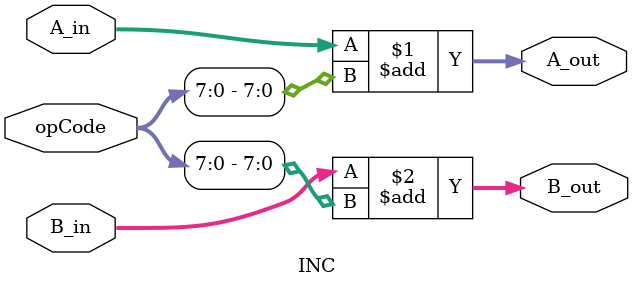
<source format=v>

module INC (A_in, B_in, opCode, A_out, B_out);

    // I/O
    input [15:0] A_in,B_in,opCode;
    output [15:0] A_out, B_out;

    // Increments
    assign A_out = A_in + opCode [7:0];
    assign B_out = B_in + opCode [7:0];

endmodule
</source>
